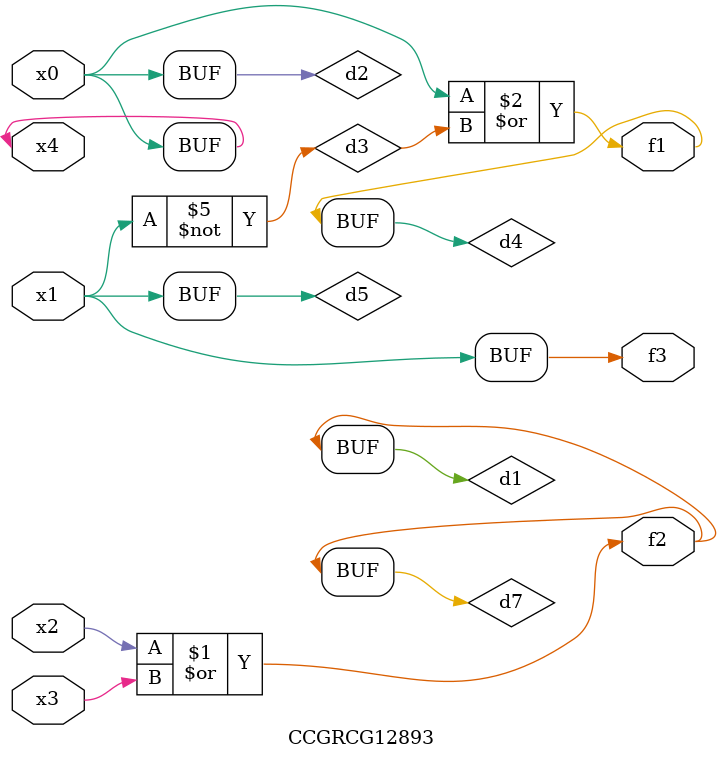
<source format=v>
module CCGRCG12893(
	input x0, x1, x2, x3, x4,
	output f1, f2, f3
);

	wire d1, d2, d3, d4, d5, d6, d7;

	or (d1, x2, x3);
	buf (d2, x0, x4);
	not (d3, x1);
	or (d4, d2, d3);
	not (d5, d3);
	nand (d6, d1, d3);
	or (d7, d1);
	assign f1 = d4;
	assign f2 = d7;
	assign f3 = d5;
endmodule

</source>
